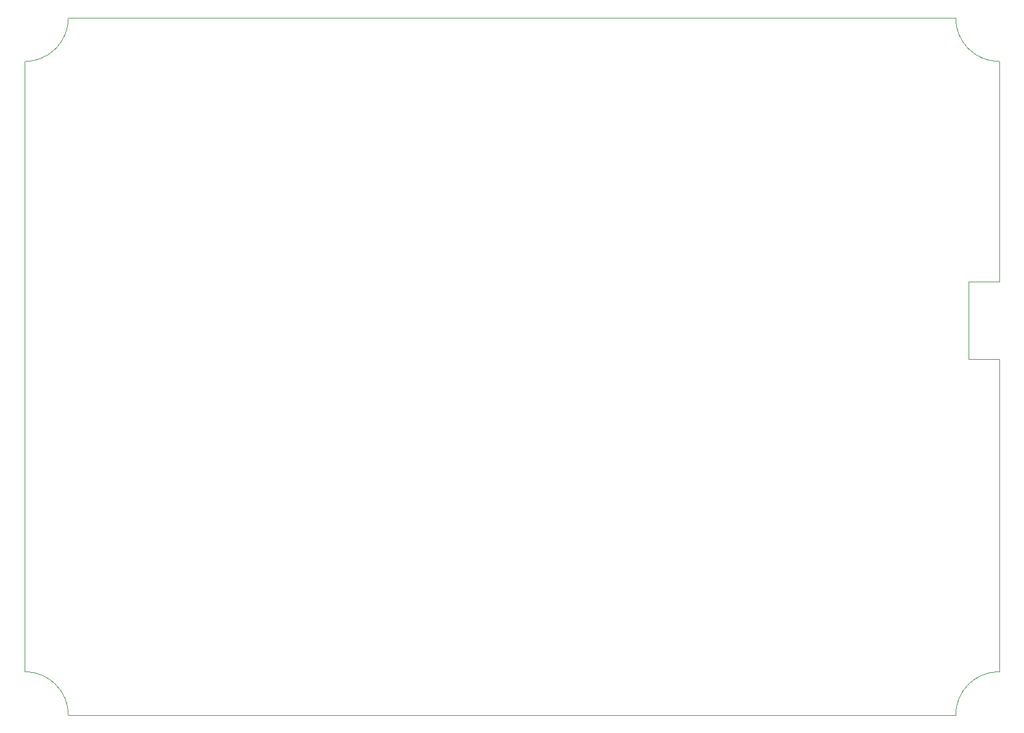
<source format=gm1>
%FSLAX44Y44*%
%MOMM*%
G71*
G01*
G75*
G04 Layer_Color=16711935*
%ADD10R,1.2000X2.0000*%
%ADD11R,1.4000X1.2000*%
%ADD12R,1.2200X0.9100*%
%ADD13R,0.9100X1.2200*%
%ADD14R,0.9000X0.6000*%
%ADD15R,0.6000X0.9000*%
%ADD16R,0.8000X2.6000*%
%ADD17R,2.6000X0.8000*%
%ADD18R,1.0000X1.0000*%
%ADD19R,1.0000X1.0000*%
%ADD20R,1.5000X1.3000*%
%ADD21R,1.3000X1.5000*%
%ADD22R,0.8000X0.9000*%
%ADD23R,0.9000X0.8000*%
%ADD24R,1.7000X3.5000*%
%ADD25R,7.7000X5.5500*%
%ADD26R,2.2000X1.0000*%
%ADD27R,1.1000X2.6000*%
%ADD28O,0.3000X2.1000*%
%ADD29O,2.1000X0.3000*%
%ADD30O,1.7000X0.4500*%
%ADD31R,2.4000X3.3000*%
%ADD32R,2.4000X1.0000*%
%ADD33R,5.5500X7.7000*%
%ADD34R,1.0000X2.2000*%
%ADD35C,0.5000*%
%ADD36C,0.3000*%
%ADD37C,0.7500*%
%ADD38C,1.0000*%
%ADD39C,1.5000*%
%ADD40C,0.8000*%
%ADD41C,3.5000*%
%ADD42C,3.0000*%
%ADD43C,5.0000*%
%ADD44C,1.2500*%
%ADD45C,2.5000*%
%ADD46C,1.6000*%
%ADD47C,2.0000*%
%ADD48R,2.0000X2.0000*%
%ADD49R,2.5000X2.5000*%
%ADD50R,2.5000X2.5000*%
%ADD51C,3.5000*%
%ADD52C,3.0000*%
%ADD53C,2.8000*%
%ADD54O,3.5000X3.2000*%
%ADD55C,1.5000*%
%ADD56R,1.5000X1.5000*%
%ADD57C,0.8000*%
%ADD58C,1.0000*%
%ADD59R,3.1000X5.6000*%
%ADD60R,1.0000X3.0000*%
%ADD61R,1.5000X4.0000*%
%ADD62R,1.5000X0.7000*%
%ADD63R,1.7000X1.7000*%
%ADD64R,1.1000X3.5000*%
%ADD65R,10.5000X8.6000*%
%ADD66R,1.0000X2.0000*%
%ADD67R,2.0000X1.0000*%
G04:AMPARAMS|DCode=68|XSize=2.2mm|YSize=0.6mm|CornerRadius=0.15mm|HoleSize=0mm|Usage=FLASHONLY|Rotation=180.000|XOffset=0mm|YOffset=0mm|HoleType=Round|Shape=RoundedRectangle|*
%AMROUNDEDRECTD68*
21,1,2.2000,0.3000,0,0,180.0*
21,1,1.9000,0.6000,0,0,180.0*
1,1,0.3000,-0.9500,0.1500*
1,1,0.3000,0.9500,0.1500*
1,1,0.3000,0.9500,-0.1500*
1,1,0.3000,-0.9500,-0.1500*
%
%ADD68ROUNDEDRECTD68*%
%ADD69R,10.5000X8.4000*%
%ADD70R,1.0500X3.3000*%
%ADD71C,2.0000*%
%ADD72R,1.6000X2.4000*%
%ADD73R,1.8000X1.6000*%
%ADD74R,1.6200X1.3100*%
%ADD75R,1.3100X1.6200*%
%ADD76R,1.3000X1.0000*%
%ADD77R,1.0000X1.3000*%
%ADD78R,1.2000X3.0000*%
%ADD79R,3.0000X1.2000*%
%ADD80R,1.4000X1.4000*%
%ADD81R,1.4000X1.4000*%
%ADD82R,1.9000X1.7000*%
%ADD83R,1.7000X1.9000*%
%ADD84R,1.2000X1.3000*%
%ADD85R,1.3000X1.2000*%
%ADD86R,2.1000X3.9000*%
%ADD87R,8.1000X5.9500*%
%ADD88R,2.6000X1.4000*%
%ADD89R,1.5000X3.0000*%
%ADD90O,0.7000X2.5000*%
%ADD91O,2.5000X0.7000*%
%ADD92O,2.1000X0.8500*%
%ADD93R,2.8000X3.7000*%
%ADD94R,2.8000X1.4000*%
%ADD95R,5.9500X8.1000*%
%ADD96R,1.4000X2.6000*%
%ADD97C,2.9000*%
%ADD98C,2.0000*%
%ADD99C,2.4000*%
%ADD100R,2.4000X2.4000*%
%ADD101R,2.9000X2.9000*%
%ADD102R,2.9000X2.9000*%
%ADD103C,3.9000*%
%ADD104C,3.4000*%
%ADD105C,3.2000*%
%ADD106O,3.9000X3.6000*%
%ADD107O,0.4000X3.6000*%
%ADD108C,0.4000*%
%ADD109C,1.9000*%
%ADD110R,1.9000X1.9000*%
%ADD111R,3.5000X6.0000*%
%ADD112R,1.4000X3.4000*%
%ADD113R,1.9000X4.4000*%
%ADD114R,1.9000X1.1000*%
%ADD115R,2.1000X2.1000*%
%ADD116R,1.5000X3.9000*%
%ADD117R,10.9000X9.0000*%
%ADD118R,1.4000X2.4000*%
%ADD119R,2.4000X1.4000*%
G04:AMPARAMS|DCode=120|XSize=2.6mm|YSize=1mm|CornerRadius=0.35mm|HoleSize=0mm|Usage=FLASHONLY|Rotation=180.000|XOffset=0mm|YOffset=0mm|HoleType=Round|Shape=RoundedRectangle|*
%AMROUNDEDRECTD120*
21,1,2.6000,0.3000,0,0,180.0*
21,1,1.9000,1.0000,0,0,180.0*
1,1,0.7000,-0.9500,0.1500*
1,1,0.7000,0.9500,0.1500*
1,1,0.7000,0.9500,-0.1500*
1,1,0.7000,-0.9500,-0.1500*
%
%ADD120ROUNDEDRECTD120*%
%ADD121R,10.9000X8.8000*%
%ADD122R,1.4500X3.7000*%
%ADD123C,0.1000*%
D123*
X1408271Y1112401D02*
G03*
X1468271Y1052401I60000J0D01*
G01*
Y212400D02*
G03*
X1408271Y152400I0J-60000D01*
G01*
X188270D02*
G03*
X128270Y212400I-60000J0D01*
G01*
Y1052401D02*
G03*
X188270Y1112401I0J60000D01*
G01*
X128270Y212400D02*
Y1052401D01*
X188270Y1112401D02*
X1408271D01*
X188270Y152400D02*
X1408271D01*
X1426000Y643000D02*
Y749000D01*
X1468271Y212400D02*
Y643000D01*
X1426000Y749000D02*
X1468271Y749000D01*
Y1052401D01*
X1426000Y643000D02*
X1468271D01*
M02*

</source>
